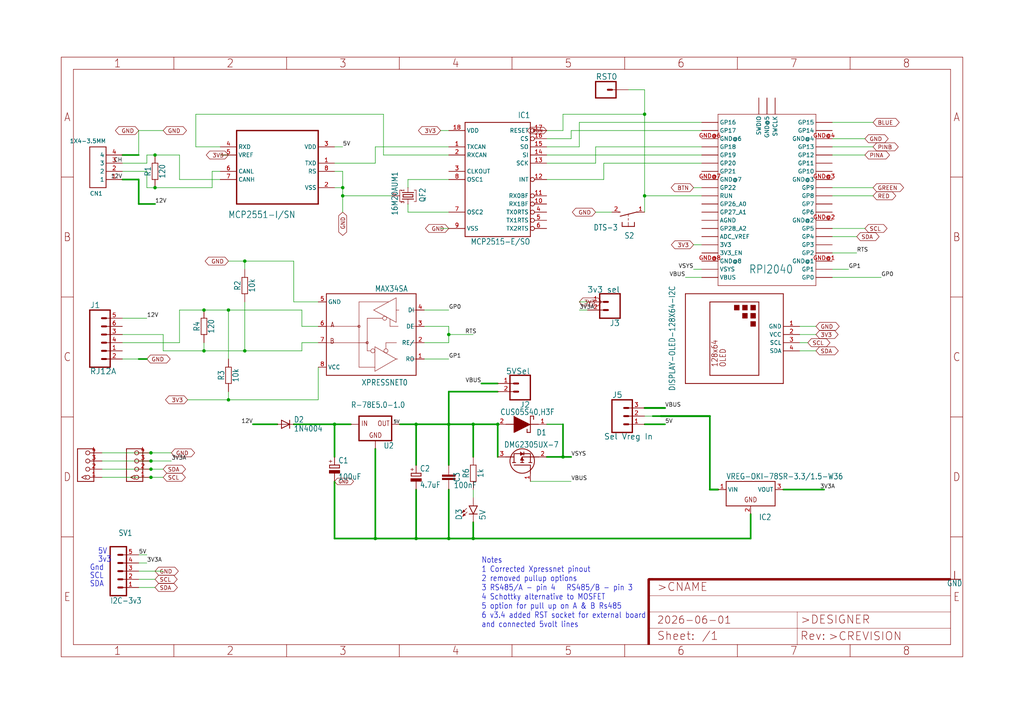
<source format=kicad_sch>
(kicad_sch (version 20230121) (generator eeschema)
  (paper "User" 318.77 224.79)
  (lib_symbols
    (symbol "PicoCanSmd31-eagle-import:16M20AUM1"
      (property "Reference" "QF" (at 2.54 1.016 0))
      (symbol "16M20AUM1_1_0"
        (text "1" (at -2.159 -1.143 0) (effects (font (size 0.8636 0.734)) (justify left bottom)))
        (text "2" (at -1.016 -3.683 0) (effects (font (size 0.8636 0.734)) (justify left bottom)))
        (text "3" (at 1.524 -1.143 0) (effects (font (size 0.8636 0.734)) (justify left bottom)))
        (pin passive line (at -2.54 0 0) (length 0) (name "1") (number "1"))
        (pin passive line (at 0 -5.08 90) (length 2.54) (name "2") (number "2"))
        (pin passive line (at 2.54 0 270) (length 0) (name "3") (number "3"))
      )
    )
    (symbol "PicoCanSmd31-eagle-import:1N4004"
      (property "Reference" "D" (at 2.54 0.4826 0))
      (symbol "1N4004_1_0"
        (pin passive line (at -2.54 0 0) (length 2.54) (name "A") (number "A"))
        (pin passive line (at 2.54 0 180) (length 2.54) (name "C") (number "C"))
      )
    )
    (symbol "PicoCanSmd31-eagle-import:1X4-3.5MM"
      (property "Reference" "CN" (at 5.08 7.62 0))
      (symbol "1X4-3.5MM_1_0"
        (pin bidirectional line (at -5.08 2.54 0) (length 5.08) (name "1") (number "1"))
        (pin bidirectional line (at -5.08 0 0) (length 5.08) (name "2") (number "2"))
        (pin bidirectional line (at -5.08 -2.54 0) (length 5.08) (name "3") (number "3"))
        (pin bidirectional line (at -5.08 -5.08 0) (length 5.08) (name "4") (number "4"))
      )
    )
    (symbol "PicoCanSmd31-eagle-import:C-EU025-024X044"
      (property "Reference" "C" (at 1.524 0.381 0))
      (symbol "C-EU025-024X044_1_0"
        (pin passive line (at 0 2.54 270) (length 2.54) (name "1") (number "1"))
        (pin passive line (at 0 -5.08 90) (length 2.54) (name "2") (number "2"))
      )
    )
    (symbol "PicoCanSmd31-eagle-import:CONN_01"
      (property "Reference" "J" (at -2.54 3.048 0))
      (symbol "CONN_01_1_0"
        (pin passive line (at 7.62 0 180) (length 5.08) (name "1") (number "1"))
      )
    )
    (symbol "PicoCanSmd31-eagle-import:CONN_02"
      (property "Reference" "J" (at -2.54 5.588 0))
      (symbol "CONN_02_1_0"
        (pin passive line (at 7.62 0 180) (length 5.08) (name "1") (number "1"))
        (pin passive line (at 7.62 2.54 180) (length 5.08) (name "2") (number "2"))
      )
    )
    (symbol "PicoCanSmd31-eagle-import:CONN_03"
      (property "Reference" "J" (at -2.54 5.588 0))
      (symbol "CONN_03_1_0"
        (pin passive line (at 7.62 -2.54 180) (length 5.08) (name "1") (number "1"))
        (pin passive line (at 7.62 0 180) (length 5.08) (name "2") (number "2"))
        (pin passive line (at 7.62 2.54 180) (length 5.08) (name "3") (number "3"))
      )
    )
    (symbol "PicoCanSmd31-eagle-import:CPOL-EUE5-8.5"
      (property "Reference" "C" (at 1.143 0.4826 0))
      (symbol "CPOL-EUE5-8.5_1_0"
        (text "+" (at -0.5842 0.4064 900) (effects (font (size 1.27 1.0795)) (justify left bottom)))
        (pin passive line (at 0 2.54 270) (length 2.54) (name "+") (number "+"))
        (pin passive line (at 0 -5.08 90) (length 2.54) (name "-") (number "-"))
      )
    )
    (symbol "PicoCanSmd31-eagle-import:CUS05S40,H3F"
      (property "Reference" "D" (at 12.7 8.89 0))
      (symbol "CUS05S40,H3F_1_0"
        (pin bidirectional line (at 2.54 0 0) (length 2.54) (name "K") (number "1"))
        (pin bidirectional line (at 17.78 0 180) (length 2.54) (name "A") (number "2"))
      )
    )
    (symbol "PicoCanSmd31-eagle-import:DISPLAY-OLED-128X64-I2C"
      (symbol "DISPLAY-OLED-128X64-I2C_1_0"
        (text "128x64" (at 7.62 -5.08 0) (effects (font (size 1.778 1.5113)) (justify right bottom)))
        (text "OLED" (at 7.62 -2.54 0) (effects (font (size 1.778 1.5113)) (justify right bottom)))
        (pin power_in line (at -5.08 20.32 270) (length 5.08) (name "GND") (number "1"))
        (pin power_in line (at -2.54 20.32 270) (length 5.08) (name "VCC") (number "2"))
        (pin bidirectional line (at 0 20.32 270) (length 5.08) (name "SCL") (number "3"))
        (pin bidirectional line (at 2.54 20.32 270) (length 5.08) (name "SDA") (number "4"))
      )
    )
    (symbol "PicoCanSmd31-eagle-import:DMG2305UX-7"
      (property "Reference" "Q" (at 11.43 3.81 0))
      (symbol "DMG2305UX-7_1_0"
        (pin bidirectional line (at 0 0 0) (length 2.54) (name "G") (number "1"))
        (pin bidirectional line (at 7.62 -5.08 90) (length 2.54) (name "S") (number "2"))
        (pin bidirectional line (at 7.62 10.16 270) (length 2.54) (name "D") (number "3"))
      )
    )
    (symbol "PicoCanSmd31-eagle-import:DTS-3"
      (property "Reference" "S" (at -6.35 -1.905 90))
      (symbol "DTS-3_1_0"
        (pin passive line (at 0 -5.08 90) (length 2.54) (name "1") (number "1"))
        (pin passive line (at 0 5.08 270) (length 2.54) (name "2") (number "2"))
      )
    )
    (symbol "PicoCanSmd31-eagle-import:FRAME-A4L"
      (symbol "FRAME-A4L_1_0"
        (text "${#}/${##}" (at 195.58 1.27 0) (effects (font (size 2.54 2.54)) (justify left bottom)))
        (text "${CURRENT_DATE}" (at 181.61 6.35 0) (effects (font (size 2.286 2.286)) (justify left bottom)))
        (text "${PROJECTNAME}" (at 181.61 11.43 0) (effects (font (size 2.54 2.54)) (justify left bottom)))
        (text "1" (at 13.7319 -1.905 0) (effects (font (size 2.54 2.286))))
        (text "1" (at 13.7319 180.975 0) (effects (font (size 2.54 2.286))))
        (text "2" (at 48.8156 -1.905 0) (effects (font (size 2.54 2.286))))
        (text "2" (at 48.8156 180.975 0) (effects (font (size 2.54 2.286))))
        (text "3" (at 83.8994 -1.905 0) (effects (font (size 2.54 2.286))))
        (text "3" (at 83.8994 180.975 0) (effects (font (size 2.54 2.286))))
        (text "4" (at 118.9831 -1.905 0) (effects (font (size 2.54 2.286))))
        (text "4" (at 118.9831 180.975 0) (effects (font (size 2.54 2.286))))
        (text "5" (at 154.0669 -1.905 0) (effects (font (size 2.54 2.286))))
        (text "5" (at 154.0669 180.975 0) (effects (font (size 2.54 2.286))))
        (text "6" (at 189.1506 -1.905 0) (effects (font (size 2.54 2.286))))
        (text "6" (at 189.1506 180.975 0) (effects (font (size 2.54 2.286))))
        (text "7" (at 224.2344 -1.905 0) (effects (font (size 2.54 2.286))))
        (text "7" (at 224.2344 180.975 0) (effects (font (size 2.54 2.286))))
        (text "8" (at 259.3181 -1.905 0) (effects (font (size 2.54 2.286))))
        (text "8" (at 259.3181 180.975 0) (effects (font (size 2.54 2.286))))
        (text ">CNAME" (at 181.61 16.51 0) (effects (font (size 2.54 2.54)) (justify left bottom)))
        (text ">CREVISION" (at 234.92 1.17 0) (effects (font (size 2.54 2.54)) (justify left bottom)))
        (text ">DESIGNER" (at 226.26 6.35 0) (effects (font (size 2.54 2.54)) (justify left bottom)))
        (text "A" (at -1.905 164.211 0) (effects (font (size 2.54 2.286))))
        (text "A" (at 274.955 164.211 0) (effects (font (size 2.54 2.286))))
        (text "B" (at -1.905 126.873 0) (effects (font (size 2.54 2.286))))
        (text "B" (at 274.955 126.873 0) (effects (font (size 2.54 2.286))))
        (text "C" (at -1.905 89.535 0) (effects (font (size 2.54 2.286))))
        (text "C" (at 274.955 89.535 0) (effects (font (size 2.54 2.286))))
        (text "D" (at -1.905 52.197 0) (effects (font (size 2.54 2.286))))
        (text "D" (at 274.955 52.197 0) (effects (font (size 2.54 2.286))))
        (text "E" (at -1.905 14.859 0) (effects (font (size 2.54 2.286))))
        (text "E" (at 274.955 14.859 0) (effects (font (size 2.54 2.286))))
        (text "Rev:" (at 226.16 1.27 0) (effects (font (size 2.54 2.54)) (justify left bottom)))
        (text "Sheet:" (at 181.61 1.27 0) (effects (font (size 2.54 2.54)) (justify left bottom)))
      )
    )
    (symbol "PicoCanSmd31-eagle-import:GND" (power)
      (property "Value" "GND" (at 0 -0.254 0))
      (symbol "GND_1_0"
        (pin power_in line (at 0 2.54 270) (length 2.54) (name "GND") (number "1"))
      )
    )
    (symbol "PicoCanSmd31-eagle-import:GROVE-CONNECTOR-DIP(4P-2.0)"
      (symbol "GROVE-CONNECTOR-DIP(4P-2.0)_1_0"
        (pin bidirectional inverted_clock (at -3.81 3.81 0) (length 5.08) (name "1") (number "1"))
        (pin bidirectional inverted (at -3.81 1.27 0) (length 5.08) (name "2") (number "2"))
        (pin bidirectional inverted (at -3.81 -1.27 0) (length 5.08) (name "3") (number "3"))
        (pin bidirectional inverted (at -3.81 -3.81 0) (length 5.08) (name "4") (number "4"))
      )
    )
    (symbol "PicoCanSmd31-eagle-import:LED3MM"
      (property "Reference" "D" (at -3.429 -4.572 90))
      (symbol "LED3MM_1_0"
        (pin passive line (at 0 2.54 270) (length 2.54) (name "A") (number "A"))
        (pin passive line (at 0 -5.08 90) (length 2.54) (name "C") (number "K"))
      )
    )
    (symbol "PicoCanSmd31-eagle-import:MA05-1"
      (property "Reference" "SV" (at -1.27 8.382 0))
      (symbol "MA05-1_1_0"
        (pin passive line (at 7.62 -5.08 180) (length 5.08) (name "1") (number "1"))
        (pin passive line (at 7.62 -2.54 180) (length 5.08) (name "2") (number "2"))
        (pin passive line (at 7.62 0 180) (length 5.08) (name "3") (number "3"))
        (pin passive line (at 7.62 2.54 180) (length 5.08) (name "4") (number "4"))
        (pin passive line (at 7.62 5.08 180) (length 5.08) (name "5") (number "5"))
      )
    )
    (symbol "PicoCanSmd31-eagle-import:MAX34SA"
      (property "Reference" "IC" (at -7.62 16.51 0))
      (symbol "MAX34SA_1_0"
        (text "A" (at 15.24 0.381 0) (effects (font (size 1.524 1.2954)) (justify left bottom)))
        (text "B" (at 15.24 5.461 0) (effects (font (size 1.524 1.2954)) (justify left bottom)))
        (pin output line (at -12.7 10.16 0) (length 2.54) (name "RO") (number "1"))
        (pin input line (at -12.7 5.08 0) (length 2.54) (name "RE/") (number "2"))
        (pin input line (at -12.7 0 0) (length 2.54) (name "DE") (number "3"))
        (pin input line (at -12.7 -5.08 0) (length 2.54) (name "DI") (number "4"))
        (pin power_in line (at 20.32 -7.62 180) (length 2.54) (name "GND") (number "5"))
        (pin passive line (at 20.32 0 180) (length 2.54) (name "A") (number "6"))
        (pin passive line (at 20.32 5.08 180) (length 2.54) (name "B") (number "7"))
        (pin power_in line (at 20.32 12.7 180) (length 2.54) (name "VCC") (number "8"))
      )
    )
    (symbol "PicoCanSmd31-eagle-import:MCP2515-E/SO"
      (property "Reference" "IC" (at -10.16 19.05 0))
      (symbol "MCP2515-E/SO_1_0"
        (pin output line (at 15.24 10.16 180) (length 5.08) (name "TXCAN") (number "1"))
        (pin output inverted (at -15.24 -7.62 0) (length 5.08) (name "RX1BF") (number "10"))
        (pin output inverted (at -15.24 -5.08 0) (length 5.08) (name "RX0BF") (number "11"))
        (pin output inverted (at -15.24 0 0) (length 5.08) (name "INT") (number "12"))
        (pin input line (at -15.24 5.08 0) (length 5.08) (name "SCK") (number "13"))
        (pin input line (at -15.24 7.62 0) (length 5.08) (name "SI") (number "14"))
        (pin output line (at -15.24 10.16 0) (length 5.08) (name "SO") (number "15"))
        (pin input inverted (at -15.24 12.7 0) (length 5.08) (name "CS") (number "16"))
        (pin input inverted (at -15.24 15.24 0) (length 5.08) (name "RESET") (number "17"))
        (pin power_in line (at 15.24 15.24 180) (length 5.08) (name "VDD") (number "18"))
        (pin input line (at 15.24 7.62 180) (length 5.08) (name "RXCAN") (number "2"))
        (pin output line (at 15.24 2.54 180) (length 5.08) (name "CLKOUT") (number "3"))
        (pin input inverted (at -15.24 -10.16 0) (length 5.08) (name "TX0RTS") (number "4"))
        (pin input inverted (at -15.24 -12.7 0) (length 5.08) (name "TX1RTS") (number "5"))
        (pin input inverted (at -15.24 -15.24 0) (length 5.08) (name "TX2RTS") (number "6"))
        (pin output line (at 15.24 -10.16 180) (length 5.08) (name "OSC2") (number "7"))
        (pin input line (at 15.24 0 180) (length 5.08) (name "OSC1") (number "8"))
        (pin power_in line (at 15.24 -15.24 180) (length 5.08) (name "VSS") (number "9"))
      )
    )
    (symbol "PicoCanSmd31-eagle-import:MCP2551-I/SN"
      (symbol "MCP2551-I/SN_1_0"
        (pin input line (at -17.78 -2.54 0) (length 5.08) (name "TXD") (number "1"))
        (pin passive line (at -17.78 -10.16 0) (length 5.08) (name "VSS") (number "2"))
        (pin power_in line (at -17.78 2.54 0) (length 5.08) (name "VDD") (number "3"))
        (pin output line (at 17.78 2.54 180) (length 5.08) (name "RXD") (number "4"))
        (pin output line (at 17.78 0 180) (length 5.08) (name "VREF") (number "5"))
        (pin bidirectional line (at 17.78 -5.08 180) (length 5.08) (name "CANL") (number "6"))
        (pin bidirectional line (at 17.78 -7.62 180) (length 5.08) (name "CANH") (number "7"))
        (pin input line (at -17.78 -5.08 0) (length 5.08) (name "RS") (number "8"))
      )
    )
    (symbol "PicoCanSmd31-eagle-import:R-78E5.0-1.0"
      (property "Reference" "U" (at 2.54 -7.62 0))
      (symbol "R-78E5.0-1.0_1_0"
        (text "GND" (at -2.032 -4.318 0) (effects (font (size 1.524 1.2954)) (justify left bottom)))
        (text "IN" (at -4.445 -0.635 0) (effects (font (size 1.524 1.2954)) (justify left bottom)))
        (text "OUT" (at 0.635 -0.635 0) (effects (font (size 1.524 1.2954)) (justify left bottom)))
        (pin input line (at 0 -7.62 90) (length 2.54) (name "GND") (number "GND"))
        (pin input line (at -7.62 0 0) (length 2.54) (name "IN") (number "VIN"))
        (pin passive line (at 7.62 0 180) (length 2.54) (name "OUT") (number "VOUT"))
      )
    )
    (symbol "PicoCanSmd31-eagle-import:RESISTOR-1206"
      (property "Reference" "R" (at 0 1.27 0))
      (symbol "RESISTOR-1206_1_0"
        (pin passive line (at -5.08 0 0) (length 2.54) (name "1") (number "1"))
        (pin passive line (at 5.08 0 180) (length 2.54) (name "2") (number "2"))
      )
    )
    (symbol "PicoCanSmd31-eagle-import:RJ12A"
      (property "Reference" "J" (at -5.08 10.668 0))
      (symbol "RJ12A_1_0"
        (pin passive line (at 5.08 -2.54 180) (length 5.08) (name "2") (number "1"))
        (pin passive line (at 5.08 -5.08 180) (length 5.08) (name "1") (number "2"))
        (pin passive line (at 5.08 2.54 180) (length 5.08) (name "4") (number "3"))
        (pin passive line (at 5.08 0 180) (length 5.08) (name "3") (number "4"))
        (pin passive line (at 5.08 7.62 180) (length 5.08) (name "5") (number "5"))
        (pin passive line (at 5.08 5.08 180) (length 5.08) (name "6") (number "6"))
      )
    )
    (symbol "PicoCanSmd31-eagle-import:RPI_PICO_IG-TH"
      (property "Reference" "X" (at 0 30.48 0))
      (symbol "RPI_PICO_IG-TH_1_0"
        (pin bidirectional line (at 20.32 15.24 180) (length 5.08) (name "3V3") (number "3V3"))
        (pin bidirectional line (at 20.32 17.78 180) (length 5.08) (name "3V3_EN") (number "3V3_EN"))
        (pin bidirectional line (at 20.32 12.7 180) (length 5.08) (name "ADC_VREF") (number "ADC_VREF"))
        (pin bidirectional line (at 20.32 7.62 180) (length 5.08) (name "AGND") (number "AGND"))
        (pin bidirectional line (at -20.32 20.32 0) (length 5.08) (name "GND@1") (number "GND@1"))
        (pin bidirectional line (at -20.32 7.62 0) (length 5.08) (name "GND@2") (number "GND@2"))
        (pin bidirectional line (at -20.32 -5.08 0) (length 5.08) (name "GND@3") (number "GND@3"))
        (pin bidirectional line (at -20.32 -17.78 0) (length 5.08) (name "GND@4") (number "GND@4"))
        (pin bidirectional line (at 0 -30.48 90) (length 5.08) (name "GND@5") (number "GND@5"))
        (pin bidirectional line (at 20.32 -17.78 180) (length 5.08) (name "GND@6") (number "GND@6"))
        (pin bidirectional line (at 20.32 -5.08 180) (length 5.08) (name "GND@7") (number "GND@7"))
        (pin bidirectional line (at 20.32 20.32 180) (length 5.08) (name "GND@8") (number "GND@8"))
        (pin bidirectional line (at -20.32 25.4 0) (length 5.08) (name "GP0") (number "GP0"))
        (pin bidirectional line (at -20.32 22.86 0) (length 5.08) (name "GP1") (number "GP1"))
        (pin bidirectional line (at -20.32 -7.62 0) (length 5.08) (name "GP10") (number "GP10"))
        (pin bidirectional line (at -20.32 -10.16 0) (length 5.08) (name "GP11") (number "GP11"))
        (pin bidirectional line (at -20.32 -12.7 0) (length 5.08) (name "GP12") (number "GP12"))
        (pin bidirectional line (at -20.32 -15.24 0) (length 5.08) (name "GP13") (number "GP13"))
        (pin bidirectional line (at -20.32 -20.32 0) (length 5.08) (name "GP14") (number "GP14"))
        (pin bidirectional line (at -20.32 -22.86 0) (length 5.08) (name "GP15") (number "GP15"))
        (pin bidirectional line (at 20.32 -22.86 180) (length 5.08) (name "GP16") (number "GP16"))
        (pin bidirectional line (at 20.32 -20.32 180) (length 5.08) (name "GP17") (number "GP17"))
        (pin bidirectional line (at 20.32 -15.24 180) (length 5.08) (name "GP18") (number "GP18"))
        (pin bidirectional line (at 20.32 -12.7 180) (length 5.08) (name "GP19") (number "GP19"))
        (pin bidirectional line (at -20.32 17.78 0) (length 5.08) (name "GP2") (number "GP2"))
        (pin bidirectional line (at 20.32 -10.16 180) (length 5.08) (name "GP20") (number "GP20"))
        (pin bidirectional line (at 20.32 -7.62 180) (length 5.08) (name "GP21") (number "GP21"))
        (pin bidirectional line (at 20.32 -2.54 180) (length 5.08) (name "GP22") (number "GP22"))
        (pin bidirectional line (at 20.32 2.54 180) (length 5.08) (name "GP26_A0") (number "GP26_A0"))
        (pin bidirectional line (at 20.32 5.08 180) (length 5.08) (name "GP27_A1") (number "GP27_A1"))
        (pin bidirectional line (at 20.32 10.16 180) (length 5.08) (name "GP28_A2") (number "GP28_A2"))
        (pin bidirectional line (at -20.32 15.24 0) (length 5.08) (name "GP3") (number "GP3"))
        (pin bidirectional line (at -20.32 12.7 0) (length 5.08) (name "GP4") (number "GP4"))
        (pin bidirectional line (at -20.32 10.16 0) (length 5.08) (name "GP5") (number "GP5"))
        (pin bidirectional line (at -20.32 5.08 0) (length 5.08) (name "GP6") (number "GP6"))
        (pin bidirectional line (at -20.32 2.54 0) (length 5.08) (name "GP7") (number "GP7"))
        (pin bidirectional line (at -20.32 0 0) (length 5.08) (name "GP8") (number "GP8"))
        (pin bidirectional line (at -20.32 -2.54 0) (length 5.08) (name "GP9") (number "GP9"))
        (pin bidirectional line (at 20.32 0 180) (length 5.08) (name "RUN") (number "RUN"))
        (pin bidirectional line (at -2.54 -30.48 90) (length 5.08) (name "SWCLK") (number "SWCLK"))
        (pin bidirectional line (at 2.54 -30.48 90) (length 5.08) (name "SWDIO") (number "SWDIO"))
        (pin bidirectional line (at 20.32 25.4 180) (length 5.08) (name "VBUS") (number "VBUS"))
        (pin bidirectional line (at 20.32 22.86 180) (length 5.08) (name "VSYS") (number "VSYS"))
      )
    )
    (symbol "PicoCanSmd31-eagle-import:VREG-OKI-78SR-3.3/1.5-W36"
      (property "Reference" "IC" (at -7.62 7.62 0))
      (symbol "VREG-OKI-78SR-3.3/1.5-W36_1_0"
        (text "GND" (at 0 -4.064 0) (effects (font (size 1.524 1.2954)) (justify bottom)))
        (pin power_in line (at -10.16 0 0) (length 2.54) (name "VIN") (number "1"))
        (pin power_in line (at 0 -7.62 90) (length 2.54) (name "GND") (number "2"))
        (pin power_in line (at 10.16 0 180) (length 2.54) (name "VOUT") (number "3"))
      )
    )
  )
  (junction (at 139.7 104.14))
  (junction (at 46.99 148.59))
  (junction (at 116.84 167.64))
  (junction (at 106.68 58.42))
  (junction (at 147.32 167.64))
  (junction (at 63.5 109.22))
  (junction (at 139.7 167.64))
  (junction (at 200.66 60.96))
  (junction (at 71.12 124.46))
  (junction (at 106.68 60.96))
  (junction (at 71.12 96.52))
  (junction (at 63.5 96.52))
  (junction (at 147.32 132.08))
  (junction (at 139.7 132.08))
  (junction (at 46.99 146.05))
  (junction (at 129.54 132.08))
  (junction (at 104.14 132.08))
  (junction (at 129.54 167.64))
  (junction (at 76.2 109.22))
  (junction (at 154.94 132.08))
  (junction (at 175.26 142.24))
  (junction (at 200.66 35.56))
  (junction (at 48.26 58.42))
  (junction (at 46.99 140.97))
  (junction (at 46.99 143.51))
  (junction (at 76.2 81.28))
  (junction (at 48.26 48.26))
  (wire (pts (xy 170.18 142.24) (xy 175.26 142.24)) (stroke (width 0.508)))
  (wire (pts (xy 259.08 73.66) (xy 266.7 73.66)) (stroke (width 0.1524)))
  (wire (pts (xy 76.2 83.82) (xy 76.2 81.28)) (stroke (width 0.1524)))
  (wire (pts (xy 175.26 142.24) (xy 177.8 142.24)) (stroke (width 0.508)))
  (wire (pts (xy 124.46 132.08) (xy 129.54 132.08)) (stroke (width 0.508)))
  (wire (pts (xy 43.18 172.72) (xy 45.72 172.72)) (stroke (width 0.1524)))
  (wire (pts (xy 76.2 81.28) (xy 71.12 81.28)) (stroke (width 0.1524)))
  (wire (pts (xy 200.66 60.96) (xy 200.66 66.04)) (stroke (width 0.1524)))
  (wire (pts (xy 170.18 45.72) (xy 180.34 45.72)) (stroke (width 0.1524)))
  (wire (pts (xy 203.2 129.54) (xy 205.74 129.54)) (stroke (width 0.508)))
  (wire (pts (xy 233.68 167.64) (xy 233.68 160.02)) (stroke (width 0.508)))
  (wire (pts (xy 248.92 106.68) (xy 251.46 106.68)) (stroke (width 0.1524)))
  (wire (pts (xy 180.34 45.72) (xy 180.34 38.1)) (stroke (width 0.1524)))
  (wire (pts (xy 91.44 132.08) (xy 104.14 132.08)) (stroke (width 0.508)))
  (wire (pts (xy 93.98 106.68) (xy 99.06 106.68)) (stroke (width 0.1524)))
  (wire (pts (xy 170.18 50.8) (xy 185.42 50.8)) (stroke (width 0.1524)))
  (wire (pts (xy 48.26 58.42) (xy 66.04 58.42)) (stroke (width 0.1524)))
  (wire (pts (xy 200.66 27.94) (xy 200.66 35.56)) (stroke (width 0.1524)))
  (wire (pts (xy 218.44 86.36) (xy 213.36 86.36)) (stroke (width 0.1524)))
  (wire (pts (xy 147.32 167.64) (xy 233.68 167.64)) (stroke (width 0.508)))
  (wire (pts (xy 132.08 96.52) (xy 139.7 96.52)) (stroke (width 0.1524)))
  (wire (pts (xy 55.88 55.88) (xy 55.88 48.26)) (stroke (width 0.1524)))
  (wire (pts (xy 43.18 55.88) (xy 43.18 63.5)) (stroke (width 0.508)))
  (wire (pts (xy 139.7 101.6) (xy 139.7 104.14)) (stroke (width 0.1524)))
  (wire (pts (xy 63.5 96.52) (xy 55.88 96.52)) (stroke (width 0.1524)))
  (wire (pts (xy 43.18 63.5) (xy 48.26 63.5)) (stroke (width 0.508)))
  (wire (pts (xy 139.7 144.78) (xy 139.7 132.08)) (stroke (width 0.508)))
  (wire (pts (xy 139.7 104.14) (xy 139.7 106.68)) (stroke (width 0.1524)))
  (wire (pts (xy 243.84 152.4) (xy 256.54 152.4)) (stroke (width 0.508)))
  (wire (pts (xy 38.1 111.76) (xy 43.18 111.76)) (stroke (width 0.1524)))
  (wire (pts (xy 175.26 132.08) (xy 175.26 142.24)) (stroke (width 0.508)))
  (wire (pts (xy 147.32 167.64) (xy 139.7 167.64)) (stroke (width 0.508)))
  (wire (pts (xy 139.7 40.64) (xy 137.16 40.64)) (stroke (width 0.1524)))
  (wire (pts (xy 170.18 55.88) (xy 187.96 55.88)) (stroke (width 0.1524)))
  (wire (pts (xy 46.99 143.51) (xy 31.75 143.51)) (stroke (width 0.1524)))
  (wire (pts (xy 147.32 142.24) (xy 147.32 132.08)) (stroke (width 0.508)))
  (wire (pts (xy 45.72 50.8) (xy 45.72 48.26)) (stroke (width 0.1524)))
  (wire (pts (xy 45.72 48.26) (xy 48.26 48.26)) (stroke (width 0.1524)))
  (wire (pts (xy 38.1 48.26) (xy 43.18 48.26)) (stroke (width 0.508)))
  (wire (pts (xy 195.58 27.94) (xy 200.66 27.94)) (stroke (width 0.1524)))
  (wire (pts (xy 139.7 106.68) (xy 132.08 106.68)) (stroke (width 0.1524)))
  (wire (pts (xy 106.68 60.96) (xy 106.68 66.04)) (stroke (width 0.1524)))
  (wire (pts (xy 259.08 48.26) (xy 269.24 48.26)) (stroke (width 0.1524)))
  (wire (pts (xy 63.5 109.22) (xy 76.2 109.22)) (stroke (width 0.1524)))
  (wire (pts (xy 38.1 55.88) (xy 43.18 55.88)) (stroke (width 0.508)))
  (wire (pts (xy 46.99 140.97) (xy 31.75 140.97)) (stroke (width 0.1524)))
  (wire (pts (xy 93.98 96.52) (xy 71.12 96.52)) (stroke (width 0.1524)))
  (wire (pts (xy 116.84 167.64) (xy 104.14 167.64)) (stroke (width 0.508)))
  (wire (pts (xy 259.08 78.74) (xy 266.7 78.74)) (stroke (width 0.1524)))
  (wire (pts (xy 259.08 45.72) (xy 271.78 45.72)) (stroke (width 0.1524)))
  (wire (pts (xy 76.2 109.22) (xy 93.98 109.22)) (stroke (width 0.1524)))
  (wire (pts (xy 259.08 58.42) (xy 271.78 58.42)) (stroke (width 0.1524)))
  (wire (pts (xy 104.14 149.86) (xy 104.14 167.64)) (stroke (width 0.508)))
  (wire (pts (xy 38.1 99.06) (xy 45.72 99.06)) (stroke (width 0.1524)))
  (wire (pts (xy 218.44 83.82) (xy 215.9 83.82)) (stroke (width 0.1524)))
  (wire (pts (xy 132.08 111.76) (xy 139.7 111.76)) (stroke (width 0.1524)))
  (wire (pts (xy 200.66 127) (xy 207.01 127)) (stroke (width 0.6096)))
  (wire (pts (xy 91.44 81.28) (xy 76.2 81.28)) (stroke (width 0.1524)))
  (wire (pts (xy 180.34 38.1) (xy 218.44 38.1)) (stroke (width 0.1524)))
  (wire (pts (xy 55.88 48.26) (xy 48.26 48.26)) (stroke (width 0.1524)))
  (wire (pts (xy 121.92 60.96) (xy 106.68 60.96)) (stroke (width 0.1524)))
  (wire (pts (xy 45.72 58.42) (xy 48.26 58.42)) (stroke (width 0.1524)))
  (wire (pts (xy 185.42 50.8) (xy 185.42 45.72)) (stroke (width 0.1524)))
  (wire (pts (xy 55.88 96.52) (xy 55.88 106.68)) (stroke (width 0.1524)))
  (wire (pts (xy 55.88 55.88) (xy 68.58 55.88)) (stroke (width 0.1524)))
  (wire (pts (xy 99.06 114.3) (xy 99.06 124.46)) (stroke (width 0.1524)))
  (wire (pts (xy 170.18 43.18) (xy 177.8 43.18)) (stroke (width 0.1524)))
  (wire (pts (xy 106.68 58.42) (xy 104.14 58.42)) (stroke (width 0.1524)))
  (wire (pts (xy 46.99 140.97) (xy 53.34 140.97)) (stroke (width 0.1524)))
  (wire (pts (xy 116.84 50.8) (xy 116.84 45.72)) (stroke (width 0.1524)))
  (wire (pts (xy 119.38 35.56) (xy 119.38 48.26)) (stroke (width 0.1524)))
  (wire (pts (xy 104.14 45.72) (xy 106.68 45.72)) (stroke (width 0.1524)))
  (wire (pts (xy 248.92 109.22) (xy 254 109.22)) (stroke (width 0.1524)))
  (wire (pts (xy 170.18 40.64) (xy 175.26 40.64)) (stroke (width 0.1524)))
  (wire (pts (xy 170.18 132.08) (xy 175.26 132.08)) (stroke (width 0.3048)))
  (wire (pts (xy 129.54 167.64) (xy 116.84 167.64)) (stroke (width 0.508)))
  (wire (pts (xy 248.92 101.6) (xy 254 101.6)) (stroke (width 0.1524)))
  (wire (pts (xy 182.88 96.52) (xy 180.34 96.52)) (stroke (width 0.1524)))
  (wire (pts (xy 68.58 45.72) (xy 60.96 45.72)) (stroke (width 0.1524)))
  (wire (pts (xy 147.32 162.56) (xy 147.32 167.64)) (stroke (width 0.508)))
  (wire (pts (xy 104.14 132.08) (xy 109.22 132.08)) (stroke (width 0.508)))
  (wire (pts (xy 177.8 43.18) (xy 177.8 40.64)) (stroke (width 0.1524)))
  (wire (pts (xy 129.54 152.4) (xy 129.54 167.64)) (stroke (width 0.508)))
  (wire (pts (xy 76.2 93.98) (xy 76.2 109.22)) (stroke (width 0.1524)))
  (wire (pts (xy 259.08 43.18) (xy 269.24 43.18)) (stroke (width 0.1524)))
  (wire (pts (xy 43.18 40.64) (xy 50.8 40.64)) (stroke (width 0.1524)))
  (wire (pts (xy 46.99 148.59) (xy 50.8 148.59)) (stroke (width 0.1524)))
  (wire (pts (xy 147.32 104.14) (xy 139.7 104.14)) (stroke (width 0.1524)))
  (wire (pts (xy 99.06 101.6) (xy 93.98 101.6)) (stroke (width 0.1524)))
  (wire (pts (xy 71.12 96.52) (xy 63.5 96.52)) (stroke (width 0.1524)))
  (wire (pts (xy 127 63.5) (xy 127 66.04)) (stroke (width 0.1524)))
  (wire (pts (xy 154.94 119.38) (xy 149.86 119.38)) (stroke (width 0.508)))
  (wire (pts (xy 46.99 146.05) (xy 31.75 146.05)) (stroke (width 0.1524)))
  (wire (pts (xy 46.99 148.59) (xy 31.75 148.59)) (stroke (width 0.1524)))
  (wire (pts (xy 190.5 66.04) (xy 185.42 66.04)) (stroke (width 0.1524)))
  (wire (pts (xy 154.94 121.92) (xy 139.7 121.92)) (stroke (width 0.508)))
  (wire (pts (xy 99.06 124.46) (xy 71.12 124.46)) (stroke (width 0.1524)))
  (wire (pts (xy 116.84 45.72) (xy 139.7 45.72)) (stroke (width 0.1524)))
  (wire (pts (xy 43.18 182.88) (xy 48.26 182.88)) (stroke (width 0.1524)))
  (wire (pts (xy 147.32 132.08) (xy 154.94 132.08)) (stroke (width 0.508)))
  (wire (pts (xy 71.12 111.76) (xy 71.12 96.52)) (stroke (width 0.1524)))
  (wire (pts (xy 38.1 53.34) (xy 45.72 53.34)) (stroke (width 0.1524)))
  (wire (pts (xy 46.99 143.51) (xy 53.34 143.51)) (stroke (width 0.1524)))
  (wire (pts (xy 175.26 35.56) (xy 200.66 35.56)) (stroke (width 0.1524)))
  (wire (pts (xy 46.99 146.05) (xy 50.8 146.05)) (stroke (width 0.1524)))
  (wire (pts (xy 68.58 48.26) (xy 71.12 48.26)) (stroke (width 0.1524)))
  (wire (pts (xy 147.32 152.4) (xy 147.32 154.94)) (stroke (width 0.1524)))
  (wire (pts (xy 63.5 106.68) (xy 63.5 109.22)) (stroke (width 0.1524)))
  (wire (pts (xy 139.7 121.92) (xy 139.7 132.08)) (stroke (width 0.508)))
  (wire (pts (xy 93.98 101.6) (xy 93.98 96.52)) (stroke (width 0.1524)))
  (wire (pts (xy 106.68 53.34) (xy 104.14 53.34)) (stroke (width 0.1524)))
  (wire (pts (xy 38.1 50.8) (xy 45.72 50.8)) (stroke (width 0.1524)))
  (wire (pts (xy 71.12 124.46) (xy 58.42 124.46)) (stroke (width 0.1524)))
  (wire (pts (xy 43.18 175.26) (xy 45.72 175.26)) (stroke (width 0.1524)))
  (wire (pts (xy 43.18 48.26) (xy 43.18 40.64)) (stroke (width 0.1524)))
  (wire (pts (xy 66.04 53.34) (xy 68.58 53.34)) (stroke (width 0.1524)))
  (wire (pts (xy 91.44 93.98) (xy 91.44 81.28)) (stroke (width 0.1524)))
  (wire (pts (xy 127 58.42) (xy 127 55.88)) (stroke (width 0.1524)))
  (wire (pts (xy 50.8 109.22) (xy 63.5 109.22)) (stroke (width 0.1524)))
  (wire (pts (xy 170.18 48.26) (xy 218.44 48.26)) (stroke (width 0.1524)))
  (wire (pts (xy 60.96 35.56) (xy 119.38 35.56)) (stroke (width 0.1524)))
  (wire (pts (xy 185.42 45.72) (xy 218.44 45.72)) (stroke (width 0.1524)))
  (wire (pts (xy 139.7 152.4) (xy 139.7 167.64)) (stroke (width 0.508)))
  (wire (pts (xy 187.96 50.8) (xy 218.44 50.8)) (stroke (width 0.1524)))
  (wire (pts (xy 50.8 109.22) (xy 50.8 104.14)) (stroke (width 0.1524)))
  (wire (pts (xy 205.74 129.54) (xy 220.98 129.54)) (stroke (width 0.6096)))
  (wire (pts (xy 218.44 58.42) (xy 215.9 58.42)) (stroke (width 0.1524)))
  (wire (pts (xy 60.96 45.72) (xy 60.96 35.56)) (stroke (width 0.1524)))
  (wire (pts (xy 165.1 149.86) (xy 177.8 149.86)) (stroke (width 0.1524)))
  (wire (pts (xy 43.18 177.8) (xy 50.8 177.8)) (stroke (width 0.1524)))
  (wire (pts (xy 259.08 83.82) (xy 264.16 83.82)) (stroke (width 0.1524)))
  (wire (pts (xy 259.08 86.36) (xy 274.32 86.36)) (stroke (width 0.1524)))
  (wire (pts (xy 259.08 71.12) (xy 269.24 71.12)) (stroke (width 0.1524)))
  (wire (pts (xy 45.72 53.34) (xy 45.72 58.42)) (stroke (width 0.1524)))
  (wire (pts (xy 132.08 101.6) (xy 139.7 101.6)) (stroke (width 0.1524)))
  (wire (pts (xy 106.68 53.34) (xy 106.68 58.42)) (stroke (width 0.1524)))
  (wire (pts (xy 200.66 132.08) (xy 207.01 132.08)) (stroke (width 0.508)))
  (wire (pts (xy 104.14 142.24) (xy 104.14 132.08)) (stroke (width 0.508)))
  (wire (pts (xy 147.32 132.08) (xy 139.7 132.08)) (stroke (width 0.508)))
  (wire (pts (xy 248.92 104.14) (xy 254 104.14)) (stroke (width 0.1524)))
  (wire (pts (xy 259.08 38.1) (xy 271.78 38.1)) (stroke (width 0.1524)))
  (wire (pts (xy 129.54 144.78) (xy 129.54 132.08)) (stroke (width 0.508)))
  (wire (pts (xy 218.44 76.2) (xy 215.9 76.2)) (stroke (width 0.1524)))
  (wire (pts (xy 220.98 129.54) (xy 220.98 152.4)) (stroke (width 0.508)))
  (wire (pts (xy 139.7 71.12) (xy 137.16 71.12)) (stroke (width 0.1524)))
  (wire (pts (xy 116.84 139.7) (xy 116.84 167.64)) (stroke (width 0.508)))
  (wire (pts (xy 182.88 93.98) (xy 180.34 93.98)) (stroke (width 0.1524)))
  (wire (pts (xy 43.18 180.34) (xy 48.26 180.34)) (stroke (width 0.1524)))
  (wire (pts (xy 55.88 106.68) (xy 38.1 106.68)) (stroke (width 0.1524)))
  (wire (pts (xy 200.66 129.54) (xy 203.2 129.54)) (stroke (width 0.1524)))
  (wire (pts (xy 106.68 60.96) (xy 106.68 58.42)) (stroke (width 0.1524)))
  (wire (pts (xy 66.04 58.42) (xy 66.04 53.34)) (stroke (width 0.1524)))
  (wire (pts (xy 177.8 40.64) (xy 218.44 40.64)) (stroke (width 0.1524)))
  (wire (pts (xy 99.06 93.98) (xy 91.44 93.98)) (stroke (width 0.1524)))
  (wire (pts (xy 154.94 132.08) (xy 154.94 142.24)) (stroke (width 0.508)))
  (wire (pts (xy 127 55.88) (xy 139.7 55.88)) (stroke (width 0.1524)))
  (wire (pts (xy 259.08 60.96) (xy 271.78 60.96)) (stroke (width 0.1524)))
  (wire (pts (xy 139.7 167.64) (xy 129.54 167.64)) (stroke (width 0.508)))
  (wire (pts (xy 71.12 121.92) (xy 71.12 124.46)) (stroke (width 0.1524)))
  (wire (pts (xy 119.38 48.26) (xy 139.7 48.26)) (stroke (width 0.1524)))
  (wire (pts (xy 127 66.04) (xy 139.7 66.04)) (stroke (width 0.1524)))
  (wire (pts (xy 187.96 55.88) (xy 187.96 50.8)) (stroke (width 0.1524)))
  (wire (pts (xy 200.66 35.56) (xy 200.66 60.96)) (stroke (width 0.1524)))
  (wire (pts (xy 78.74 132.08) (xy 86.36 132.08)) (stroke (width 0.508)))
  (wire (pts (xy 104.14 50.8) (xy 116.84 50.8)) (stroke (width 0.1524)))
  (wire (pts (xy 43.18 111.76) (xy 45.72 111.76)) (stroke (width 0.508)))
  (wire (pts (xy 129.54 132.08) (xy 139.7 132.08)) (stroke (width 0.508)))
  (wire (pts (xy 220.98 152.4) (xy 223.52 152.4)) (stroke (width 0.6096)))
  (wire (pts (xy 175.26 40.64) (xy 175.26 35.56)) (stroke (width 0.1524)))
  (wire (pts (xy 200.66 60.96) (xy 218.44 60.96)) (stroke (width 0.1524)))
  (wire (pts (xy 50.8 104.14) (xy 38.1 104.14)) (stroke (width 0.1524)))
  (wire (pts (xy 93.98 109.22) (xy 93.98 106.68)) (stroke (width 0.1524)))
  (text "SCL" (at 27.94 180.34 0) (effects (font (size 1.778 1.5113)) (justify left bottom)))
  (text "5V" (at 30.48 172.72 0) (effects (font (size 1.778 1.5113)) (justify left bottom)))
  (text "Gnd" (at 27.94 177.8 0) (effects (font (size 1.778 1.5113)) (justify left bottom)))
  (text "Notes\n1 Corrected Xpressnet pinout\n2 removed pullup options\n3 RS485/A - pin 4   RS485/B - pin 3\n4 Schottky alternative to MOSFET\n5 option for pull up on A & B Rs485\n6 v3.4 added RST socket for external board\nand connected 5volt lines" (at 149.86 195.58 0) (effects (font (size 1.778 1.5113)) (justify left bottom)))
  (text "3v3" (at 30.48 175.26 0) (effects (font (size 1.778 1.5113)) (justify left bottom)))
  (text "SDA" (at 27.94 182.88 0) (effects (font (size 1.778 1.5113)) (justify left bottom)))
  (label "VBUS" (at 207.01 127 0) (effects (font (size 1.2446 1.2446))))
  (label "3V3A" (at 45.72 175.26 0) (effects (font (size 1.2446 1.2446))))
  (label "12V" (at 78.74 132.08 180) (effects (font (size 1.2446 1.2446))))
  (label "3V3A" (at 53.34 143.51 0) (effects (font (size 1.2446 1.2446))))
  (label "5V" (at 124.46 132.08 180) (effects (font (size 1.016 1.016))))
  (label "5V" (at 207.01 132.08 0) (effects (font (size 1.2446 1.2446))))
  (label "GP1" (at 264.16 83.82 0) (effects (font (size 1.2446 1.2446))))
  (label "VSYS" (at 215.9 83.82 180) (effects (font (size 1.2446 1.2446))))
  (label "GP0" (at 139.7 96.52 0) (effects (font (size 1.2446 1.2446))))
  (label "VBUS" (at 149.86 119.38 180) (effects (font (size 1.2446 1.2446))))
  (label "GP0" (at 274.32 86.36 0) (effects (font (size 1.2446 1.2446))))
  (label "12V" (at 48.26 63.5 0) (effects (font (size 1.2446 1.2446))))
  (label "5V" (at 106.68 45.72 0) (effects (font (size 1.2446 1.2446))))
  (label "CH" (at 38.1 50.8 180) (effects (font (size 1.2446 1.2446))))
  (label "5V" (at 43.18 172.72 0) (effects (font (size 1.2446 1.2446))))
  (label "VBUS" (at 213.36 86.36 180) (effects (font (size 1.2446 1.2446))))
  (label "RTS" (at 266.7 78.74 0) (effects (font (size 1.2446 1.2446))))
  (label "VBUS" (at 177.8 149.86 0) (effects (font (size 1.2446 1.2446))))
  (label "12V" (at 45.72 99.06 0) (effects (font (size 1.2446 1.2446))))
  (label "GP1" (at 139.7 111.76 0) (effects (font (size 1.2446 1.2446))))
  (label "3V3A" (at 255.27 152.4 0) (effects (font (size 1.2446 1.2446))))
  (label "RTS" (at 144.78 104.14 0) (effects (font (size 1.2446 1.2446))))
  (label "3V3A" (at 180.34 96.52 0) (effects (font (size 1.2446 1.2446))))
  (label "VSYS" (at 177.8 142.24 0) (effects (font (size 1.2446 1.2446))))
  (label "12V" (at 38.1 55.88 180) (effects (font (size 1.2446 1.2446))))
  (global_label "GND" (shape bidirectional) (at 106.68 66.04 270) (effects (font (size 1.2446 1.2446))) (property "Intersheetrefs" "${INTERSHEET_REFS}" (effects hide)))
  (global_label "3V3" (shape bidirectional) (at 180.34 93.98 0) (effects (font (size 1.2446 1.2446))) (property "Intersheetrefs" "${INTERSHEET_REFS}" (effects hide)))
  (global_label "SCL" (shape bidirectional) (at 50.8 148.59 0) (effects (font (size 1.2446 1.2446))) (property "Intersheetrefs" "${INTERSHEET_REFS}" (effects hide)))
  (global_label "GND" (shape bidirectional) (at 104.14 149.86 0) (effects (font (size 1.016 1.016))) (property "Intersheetrefs" "${INTERSHEET_REFS}" (effects hide)))
  (global_label "GND" (shape bidirectional) (at 43.18 40.64 180) (effects (font (size 1.2446 1.2446))) (property "Intersheetrefs" "${INTERSHEET_REFS}" (effects hide)))
  (global_label "PINA" (shape bidirectional) (at 269.24 48.26 0) (effects (font (size 1.2446 1.2446))) (property "Intersheetrefs" "${INTERSHEET_REFS}" (effects hide)))
  (global_label "SDA" (shape bidirectional) (at 266.7 73.66 0) (effects (font (size 1.2446 1.2446))) (property "Intersheetrefs" "${INTERSHEET_REFS}" (effects hide)))
  (global_label "SDA" (shape bidirectional) (at 50.8 146.05 0) (effects (font (size 1.2446 1.2446))) (property "Intersheetrefs" "${INTERSHEET_REFS}" (effects hide)))
  (global_label "GND" (shape bidirectional) (at 254 101.6 0) (effects (font (size 1.2446 1.2446))) (property "Intersheetrefs" "${INTERSHEET_REFS}" (effects hide)))
  (global_label "GND" (shape bidirectional) (at 139.7 71.12 180) (effects (font (size 1.2446 1.2446))) (property "Intersheetrefs" "${INTERSHEET_REFS}" (effects hide)))
  (global_label "3V3" (shape bidirectional) (at 58.42 124.46 180) (effects (font (size 1.2446 1.2446))) (property "Intersheetrefs" "${INTERSHEET_REFS}" (effects hide)))
  (global_label "BLUE" (shape bidirectional) (at 271.78 38.1 0) (effects (font (size 1.2446 1.2446))) (property "Intersheetrefs" "${INTERSHEET_REFS}" (effects hide)))
  (global_label "GND" (shape bidirectional) (at 71.12 81.28 180) (effects (font (size 1.2446 1.2446))) (property "Intersheetrefs" "${INTERSHEET_REFS}" (effects hide)))
  (global_label "BTN" (shape bidirectional) (at 215.9 58.42 180) (effects (font (size 1.2446 1.2446))) (property "Intersheetrefs" "${INTERSHEET_REFS}" (effects hide)))
  (global_label "GND" (shape bidirectional) (at 50.8 40.64 0) (effects (font (size 1.2446 1.2446))) (property "Intersheetrefs" "${INTERSHEET_REFS}" (effects hide)))
  (global_label "GND" (shape bidirectional) (at 48.26 177.8 0) (effects (font (size 1.2446 1.2446))) (property "Intersheetrefs" "${INTERSHEET_REFS}" (effects hide)))
  (global_label "SDA" (shape bidirectional) (at 254 109.22 0) (effects (font (size 1.2446 1.2446))) (property "Intersheetrefs" "${INTERSHEET_REFS}" (effects hide)))
  (global_label "GND" (shape bidirectional) (at 45.72 111.76 0) (effects (font (size 1.2446 1.2446))) (property "Intersheetrefs" "${INTERSHEET_REFS}" (effects hide)))
  (global_label "GND" (shape bidirectional) (at 53.34 140.97 0) (effects (font (size 1.2446 1.2446))) (property "Intersheetrefs" "${INTERSHEET_REFS}" (effects hide)))
  (global_label "3V3" (shape bidirectional) (at 215.9 76.2 180) (effects (font (size 1.2446 1.2446))) (property "Intersheetrefs" "${INTERSHEET_REFS}" (effects hide)))
  (global_label "SCL" (shape bidirectional) (at 251.46 106.68 0) (effects (font (size 1.2446 1.2446))) (property "Intersheetrefs" "${INTERSHEET_REFS}" (effects hide)))
  (global_label "SCL" (shape bidirectional) (at 48.26 180.34 0) (effects (font (size 1.2446 1.2446))) (property "Intersheetrefs" "${INTERSHEET_REFS}" (effects hide)))
  (global_label "3V3" (shape bidirectional) (at 137.16 40.64 180) (effects (font (size 1.2446 1.2446))) (property "Intersheetrefs" "${INTERSHEET_REFS}" (effects hide)))
  (global_label "RUN" (shape bidirectional) (at 170.18 40.64 180) (effects (font (size 1.016 1.016))) (property "Intersheetrefs" "${INTERSHEET_REFS}" (effects hide)))
  (global_label "RED" (shape bidirectional) (at 271.78 60.96 0) (effects (font (size 1.2446 1.2446))) (property "Intersheetrefs" "${INTERSHEET_REFS}" (effects hide)))
  (global_label "3V3" (shape bidirectional) (at 254 104.14 0) (effects (font (size 1.2446 1.2446))) (property "Intersheetrefs" "${INTERSHEET_REFS}" (effects hide)))
  (global_label "SCL" (shape bidirectional) (at 269.24 71.12 0) (effects (font (size 1.2446 1.2446))) (property "Intersheetrefs" "${INTERSHEET_REFS}" (effects hide)))
  (global_label "GREEN" (shape bidirectional) (at 271.78 58.42 0) (effects (font (size 1.2446 1.2446))) (property "Intersheetrefs" "${INTERSHEET_REFS}" (effects hide)))
  (global_label "SDA" (shape bidirectional) (at 48.26 182.88 0) (effects (font (size 1.2446 1.2446))) (property "Intersheetrefs" "${INTERSHEET_REFS}" (effects hide)))
  (global_label "3V3" (shape bidirectional) (at 71.12 48.26 180) (effects (font (size 1.2446 1.2446))) (property "Intersheetrefs" "${INTERSHEET_REFS}" (effects hide)))
  (global_label "PINB" (shape bidirectional) (at 271.78 45.72 0) (effects (font (size 1.2446 1.2446))) (property "Intersheetrefs" "${INTERSHEET_REFS}" (effects hide)))
  (global_label "GND" (shape bidirectional) (at 269.24 43.18 0) (effects (font (size 1.2446 1.2446))) (property "Intersheetrefs" "${INTERSHEET_REFS}" (effects hide)))
  (global_label "GND" (shape bidirectional) (at 185.42 66.04 180) (effects (font (size 1.2446 1.2446))) (property "Intersheetrefs" "${INTERSHEET_REFS}" (effects hide)))
  (symbol (lib_id "PicoCanSmd31-eagle-import:CONN_01") (at 187.96 27.94 0) (unit 1)
    (property "Reference" "RST0" (at 185.42 24.892 0) (effects (font (size 1.778 1.778)) (justify left bottom)))
    (property "Value" "CONN_01" (effects hide))
    (property "Footprint" "PicoCanSmd31:1X01" (effects hide))
  )
  (symbol (lib_id "PicoCanSmd31-eagle-import:RESISTOR-1206") (at 48.26 53.34 90) (unit 1)
    (property "Reference" "R1" (at 46.99 53.34 0) (effects (font (size 1.778 1.5113)) (justify bottom)))
    (property "Value" "120" (at 49.53 53.34 0) (effects (font (size 1.778 1.5113)) (justify top)))
    (property "Footprint" "PicoCanSmd31:C1206" (effects hide))
  )
  (symbol (lib_id "PicoCanSmd31-eagle-import:R-78E5.0-1.0") (at 116.84 132.08 0) (unit 1)
    (property "Reference" "U2" (at 119.38 139.7 0) (effects (font (size 1.778 1.5113)) (justify left bottom)))
    (property "Value" "R-78E5.0-1.0" (at 109.22 127 0) (effects (font (size 1.778 1.5113)) (justify left bottom)))
    (property "Footprint" "PicoCanSmd31:DC-DC_CONVERTER_78XX" (effects hide))
  )
  (symbol (lib_id "PicoCanSmd31-eagle-import:DMG2305UX-7") (at 165.1 149.86 90) (unit 1)
    (property "Reference" "Q3" (effects hide))
    (property "Value" "DMG2305UX-7" (at 173.99 138.43 90) (effects (font (size 1.778 1.5113)) (justify left)))
    (property "Footprint" "PicoCanSmd31:SOT96P240X110-3N" (effects hide))
  )
  (symbol (lib_id "PicoCanSmd31-eagle-import:RESISTOR-1206") (at 147.32 147.32 90) (unit 1)
    (property "Reference" "R6" (at 146.05 147.32 0) (effects (font (size 1.778 1.5113)) (justify bottom)))
    (property "Value" "1k" (at 148.59 147.32 0) (effects (font (size 1.778 1.5113)) (justify top)))
    (property "Footprint" "PicoCanSmd31:C1206" (effects hide))
  )
  (symbol (lib_id "PicoCanSmd31-eagle-import:DTS-3") (at 195.58 66.04 90) (unit 1)
    (property "Reference" "S2" (at 197.485 72.39 90) (effects (font (size 1.778 1.5113)) (justify left bottom)))
    (property "Value" "DTS-3" (at 192.405 69.85 90) (effects (font (size 1.778 1.5113)) (justify left bottom)))
    (property "Footprint" "PicoCanSmd31:DTS-3" (effects hide))
  )
  (symbol (lib_id "PicoCanSmd31-eagle-import:MCP2515-E/SO") (at 154.94 55.88 0) (mirror y) (unit 1)
    (property "Reference" "IC1" (at 165.1 36.83 0) (effects (font (size 1.778 1.5113)) (justify left bottom)))
    (property "Value" "MCP2515-E/SO" (at 165.1 76.2 0) (effects (font (size 1.778 1.5113)) (justify left bottom)))
    (property "Footprint" "PicoCanSmd31:SO18L" (effects hide))
  )
  (symbol (lib_id "PicoCanSmd31-eagle-import:RESISTOR-1206") (at 63.5 101.6 90) (unit 1)
    (property "Reference" "R4" (at 62.23 101.6 0) (effects (font (size 1.778 1.5113)) (justify bottom)))
    (property "Value" "120" (at 64.77 101.6 0) (effects (font (size 1.778 1.5113)) (justify top)))
    (property "Footprint" "PicoCanSmd31:C1206" (effects hide))
  )
  (symbol (lib_id "PicoCanSmd31-eagle-import:CONN_02") (at 190.5 93.98 180) (unit 1)
    (property "Reference" "J3" (at 193.04 99.568 0) (effects (font (size 1.778 1.778)) (justify left bottom)))
    (property "Value" "3v3 sel" (at 193.04 89.154 0) (effects (font (size 1.778 1.778)) (justify left bottom)))
    (property "Footprint" "PicoCanSmd31:1X02" (effects hide))
  )
  (symbol (lib_id "PicoCanSmd31-eagle-import:RJ12A") (at 33.02 106.68 0) (unit 1)
    (property "Reference" "J1" (at 27.94 96.012 0) (effects (font (size 1.778 1.778)) (justify left bottom)))
    (property "Value" "RJ12A" (at 27.94 116.586 0) (effects (font (size 1.778 1.778)) (justify left bottom)))
    (property "Footprint" "PicoCanSmd31:RJ12A" (effects hide))
  )
  (symbol (lib_id "PicoCanSmd31-eagle-import:GROVE-CONNECTOR-DIP(4P-2.0)") (at 27.94 144.78 180) (unit 1)
    (property "Reference" "J6" (effects hide))
    (property "Value" "4P-2.0" (effects hide))
    (property "Footprint" "PicoCanSmd31:HW4-2.0" (effects hide))
  )
  (symbol (lib_id "PicoCanSmd31-eagle-import:VREG-OKI-78SR-3.3/1.5-W36") (at 233.68 152.4 0) (unit 1)
    (property "Reference" "IC2" (at 236.22 160.02 0) (effects (font (size 1.778 1.5113)) (justify left top)))
    (property "Value" "VREG-OKI-78SR-3.3/1.5-W36" (at 226.06 147.32 0) (effects (font (size 1.778 1.5113)) (justify left top)))
    (property "Footprint" "PicoCanSmd31:OKI-78SR" (effects hide))
  )
  (symbol (lib_id "PicoCanSmd31-eagle-import:C-EU025-024X044") (at 139.7 147.32 0) (unit 1)
    (property "Reference" "C3" (at 141.224 146.939 90) (effects (font (size 1.778 1.5113)) (justify right top)))
    (property "Value" "100nF" (at 141.224 152.019 0) (effects (font (size 1.778 1.5113)) (justify left bottom)))
    (property "Footprint" "PicoCanSmd31:C025-024X044" (effects hide))
  )
  (symbol (lib_id "PicoCanSmd31-eagle-import:GROVE-CONNECTOR-DIP(4P-2.0)") (at 43.18 144.78 180) (unit 1)
    (property "Reference" "J4" (effects hide))
    (property "Value" "4P-2.0" (effects hide))
    (property "Footprint" "PicoCanSmd31:HW4-2.0" (effects hide))
  )
  (symbol (lib_id "PicoCanSmd31-eagle-import:CPOL-EUE5-8.5") (at 104.14 144.78 0) (unit 1)
    (property "Reference" "C1" (at 105.283 144.2974 0) (effects (font (size 1.778 1.5113)) (justify left bottom)))
    (property "Value" "100uF" (at 105.283 149.3774 0) (effects (font (size 1.778 1.5113)) (justify left bottom)))
    (property "Footprint" "PicoCanSmd31:E5-8,5" (effects hide))
  )
  (symbol (lib_id "PicoCanSmd31-eagle-import:RESISTOR-1206") (at 71.12 116.84 90) (unit 1)
    (property "Reference" "R3" (at 69.85 116.84 0) (effects (font (size 1.778 1.5113)) (justify bottom)))
    (property "Value" "10k" (at 72.39 116.84 0) (effects (font (size 1.778 1.5113)) (justify top)))
    (property "Footprint" "PicoCanSmd31:C1206" (effects hide))
  )
  (symbol (lib_id "PicoCanSmd31-eagle-import:CONN_02") (at 162.56 119.38 180) (unit 1)
    (property "Reference" "J2" (at 165.1 124.968 0) (effects (font (size 1.778 1.778)) (justify left bottom)))
    (property "Value" "5VSel" (at 165.1 114.554 0) (effects (font (size 1.778 1.778)) (justify left bottom)))
    (property "Footprint" "PicoCanSmd31:1X02" (effects hide))
  )
  (symbol (lib_id "PicoCanSmd31-eagle-import:CPOL-EUE5-8.5") (at 129.54 147.32 0) (unit 1)
    (property "Reference" "C2" (at 130.683 146.8374 0) (effects (font (size 1.778 1.5113)) (justify left bottom)))
    (property "Value" "4.7uF" (at 130.683 151.9174 0) (effects (font (size 1.778 1.5113)) (justify left bottom)))
    (property "Footprint" "PicoCanSmd31:E5-8,5" (effects hide))
  )
  (symbol (lib_id "PicoCanSmd31-eagle-import:CONN_03") (at 193.04 129.54 0) (unit 1)
    (property "Reference" "J5" (at 190.5 123.952 0) (effects (font (size 1.778 1.778)) (justify left bottom)))
    (property "Value" "Sel Vreg In" (at 187.96 136.906 0) (effects (font (size 1.778 1.778)) (justify left bottom)))
    (property "Footprint" "PicoCanSmd31:1X03" (effects hide))
  )
  (symbol (lib_id "PicoCanSmd31-eagle-import:MCP2551-I/SN") (at 86.36 48.26 0) (mirror y) (unit 1)
    (property "Reference" "U$3" (effects hide))
    (property "Value" "MCP2551-I/SN" (at 92.0496 67.9704 0) (effects (font (size 2.0828 1.7703)) (justify left bottom)))
    (property "Footprint" "PicoCanSmd31:SOIC127P600X175-8N" (effects hide))
  )
  (symbol (lib_id "PicoCanSmd31-eagle-import:1N4004") (at 88.9 132.08 0) (unit 1)
    (property "Reference" "D2" (at 91.44 131.5974 0) (effects (font (size 1.778 1.5113)) (justify left bottom)))
    (property "Value" "1N4004" (at 91.44 134.3914 0) (effects (font (size 1.778 1.5113)) (justify left bottom)))
    (property "Footprint" "PicoCanSmd31:DO41-10" (effects hide))
  )
  (symbol (lib_id "PicoCanSmd31-eagle-import:DISPLAY-OLED-128X64-I2C") (at 228.6 106.68 270) (unit 1)
    (property "Reference" "U$1" (effects hide))
    (property "Value" "DISPLAY-OLED-128X64-I2C" (at 208.28 88.9 0) (effects (font (size 1.778 1.5113)) (justify left bottom)))
    (property "Footprint" "PicoCanSmd31:DISPLAY-OLED-128X64-I2C" (effects hide))
  )
  (symbol (lib_id "PicoCanSmd31-eagle-import:GND") (at 297.18 180.34 0) (unit 1)
    (property "Reference" "#GND1" (effects hide))
    (property "Value" "GND" (at 297.18 180.594 0) (effects (font (size 1.778 1.5113)) (justify top)))
  )
  (symbol (lib_id "PicoCanSmd31-eagle-import:16M20AUM1") (at 127 60.96 270) (unit 1)
    (property "Reference" "QF2" (at 130.556 58.42 0) (effects (font (size 1.778 1.5113)) (justify left bottom)))
    (property "Value" "16M20AUM1" (at 121.92 53.34 0) (effects (font (size 1.778 1.5113)) (justify left bottom)))
    (property "Footprint" "PicoCanSmd31:UM1" (effects hide))
  )
  (symbol (lib_id "PicoCanSmd31-eagle-import:FRAME-A4L") (at 22.86 200.66 0) (unit 1)
    (property "Reference" "#FRAME1" (effects hide))
    (property "Value" "FRAME-A4L" (effects hide))
    (property "CNAME" "Pico Can interface" (effects hide))
    (property "CREVISION" "3.4" (effects hide))
  )
  (symbol (lib_id "PicoCanSmd31-eagle-import:MA05-1") (at 35.56 177.8 0) (unit 1)
    (property "Reference" "SV1" (at 36.83 166.878 0) (effects (font (size 1.778 1.5113)) (justify left bottom)))
    (property "Value" "I2C-3v3" (at 34.29 187.96 0) (effects (font (size 1.778 1.5113)) (justify left bottom)))
    (property "Footprint" "PicoCanSmd31:MA05-1" (effects hide))
  )
  (symbol (lib_id "PicoCanSmd31-eagle-import:LED3MM") (at 147.32 157.48 0) (unit 1)
    (property "Reference" "D3" (at 143.891 162.052 90) (effects (font (size 1.778 1.778)) (justify left bottom)))
    (property "Value" "5V" (at 149.225 162.052 90) (effects (font (size 1.778 1.778)) (justify left top)))
    (property "Footprint" "PicoCanSmd31:LED_3MM" (effects hide))
  )
  (symbol (lib_id "PicoCanSmd31-eagle-import:1X4-3.5MM") (at 33.02 53.34 180) (unit 1)
    (property "Reference" "CN1" (at 27.94 60.96 0) (effects (justify right top)))
    (property "Value" "1X4-3.5MM" (at 33.02 43.18 0) (effects (justify left bottom)))
    (property "Footprint" "PicoCanSmd31:1X04-3.5MM" (effects hide))
  )
  (symbol (lib_id "PicoCanSmd31-eagle-import:RESISTOR-1206") (at 76.2 88.9 90) (unit 1)
    (property "Reference" "R2" (at 74.93 88.9 0) (effects (font (size 1.778 1.5113)) (justify bottom)))
    (property "Value" "10k" (at 77.47 88.9 0) (effects (font (size 1.778 1.5113)) (justify top)))
    (property "Footprint" "PicoCanSmd31:C1206" (effects hide))
  )
  (symbol (lib_id "PicoCanSmd31-eagle-import:CUS05S40,H3F") (at 172.72 132.08 180) (unit 1)
    (property "Reference" "D1" (at 170.18 134.62 0) (effects (font (size 1.778 1.5113)) (justify left)))
    (property "Value" "CUS05S40,H3F" (at 172.72 128.27 0) (effects (font (size 1.778 1.5113)) (justify left)))
    (property "Footprint" "PicoCanSmd31:1SS357TPH3F" (effects hide))
  )
  (symbol (lib_id "PicoCanSmd31-eagle-import:RPI_PICO_IG-TH") (at 238.76 60.96 180) (unit 1)
    (property "Reference" "RPI2040" (at 240.03 83.82 0) (effects (font (size 2.54 2.159))))
    (property "Value" "RPI_PICO_IG-TH" (effects hide))
    (property "Footprint" "PicoCanSmd31:RPI_PICO_TH" (effects hide))
  )
  (symbol (lib_id "PicoCanSmd31-eagle-import:MAX34SA") (at 119.38 101.6 180) (unit 1)
    (property "Reference" "XPRESSNET0" (at 127 118.11 0) (effects (font (size 1.778 1.5113)) (justify left bottom)))
    (property "Value" "MAX34SA" (at 127 88.9 0) (effects (font (size 1.778 1.5113)) (justify left bottom)))
    (property "Footprint" "PicoCanSmd31:SO08" (effects hide))
  )
)
</source>
